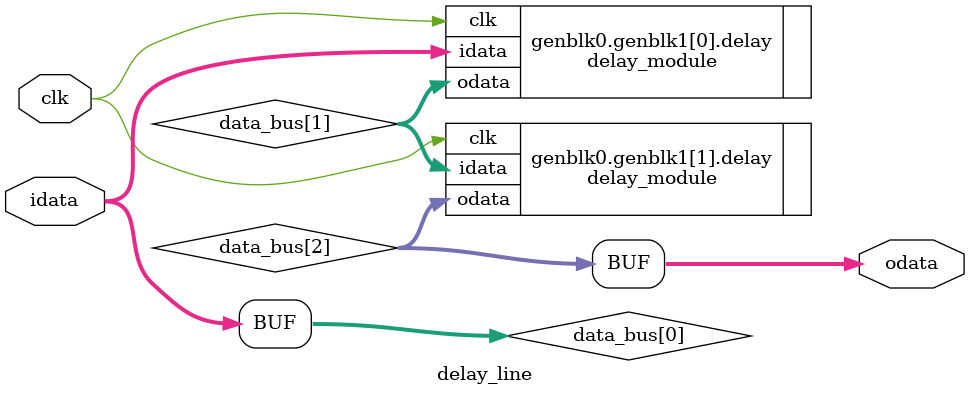
<source format=v>
`timescale 1ns / 1ps

module delay_line #
(
    parameter N = 4,
    parameter DELAY = 2
)
(
    input clk,
    input [N-1:0] idata,
    output [N-1:0] odata
);

wire signed [N-1:0] data_bus [DELAY:0];
assign data_bus[0] = idata;

genvar i;
generate
begin
    for(i=0; i<DELAY; i=i+1)
    begin
        delay_module #(.N(N-1)) delay(
            .clk(clk),
            .idata(data_bus[i]),
            .odata(data_bus[i+1])
        );
    end
end
endgenerate
assign odata = data_bus[DELAY];
endmodule

</source>
